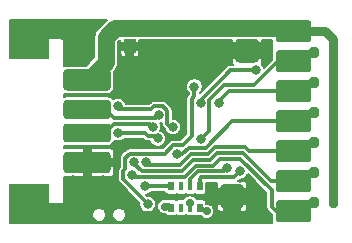
<source format=gbr>
%TF.GenerationSoftware,KiCad,Pcbnew,(5.1.9)-1*%
%TF.CreationDate,2022-11-25T13:08:51-06:00*%
%TF.ProjectId,pcb,7063622e-6b69-4636-9164-5f7063625858,rev?*%
%TF.SameCoordinates,Original*%
%TF.FileFunction,Copper,L2,Bot*%
%TF.FilePolarity,Positive*%
%FSLAX46Y46*%
G04 Gerber Fmt 4.6, Leading zero omitted, Abs format (unit mm)*
G04 Created by KiCad (PCBNEW (5.1.9)-1) date 2022-11-25 13:08:51*
%MOMM*%
%LPD*%
G01*
G04 APERTURE LIST*
%TA.AperFunction,ComponentPad*%
%ADD10R,3.500000X2.500000*%
%TD*%
%TA.AperFunction,SMDPad,CuDef*%
%ADD11R,0.500000X0.800000*%
%TD*%
%TA.AperFunction,SMDPad,CuDef*%
%ADD12R,0.400000X0.800000*%
%TD*%
%TA.AperFunction,SMDPad,CuDef*%
%ADD13R,1.000000X1.250000*%
%TD*%
%TA.AperFunction,ViaPad*%
%ADD14C,0.800000*%
%TD*%
%TA.AperFunction,ViaPad*%
%ADD15C,0.700000*%
%TD*%
%TA.AperFunction,Conductor*%
%ADD16C,1.000000*%
%TD*%
%TA.AperFunction,Conductor*%
%ADD17C,1.400000*%
%TD*%
%TA.AperFunction,Conductor*%
%ADD18C,0.300000*%
%TD*%
%TA.AperFunction,Conductor*%
%ADD19C,0.800000*%
%TD*%
%TA.AperFunction,Conductor*%
%ADD20C,0.500000*%
%TD*%
%TA.AperFunction,Conductor*%
%ADD21C,0.250000*%
%TD*%
%TA.AperFunction,Conductor*%
%ADD22C,0.200000*%
%TD*%
%TA.AperFunction,Conductor*%
%ADD23C,0.100000*%
%TD*%
G04 APERTURE END LIST*
%TO.P,P1,1*%
%TO.N,+5V*%
%TA.AperFunction,SMDPad,CuDef*%
G36*
G01*
X129623600Y-97200000D02*
X133094400Y-97200000D01*
G75*
G02*
X133359000Y-97464600I0J-264600D01*
G01*
X133359000Y-98735400D01*
G75*
G02*
X133094400Y-99000000I-264600J0D01*
G01*
X129623600Y-99000000D01*
G75*
G02*
X129359000Y-98735400I0J264600D01*
G01*
X129359000Y-97464600D01*
G75*
G02*
X129623600Y-97200000I264600J0D01*
G01*
G37*
%TD.AperFunction*%
%TO.P,P1,2*%
%TO.N,Net-(P1-Pad2)*%
%TA.AperFunction,SMDPad,CuDef*%
G36*
G01*
X129594200Y-99800000D02*
X133123800Y-99800000D01*
G75*
G02*
X133359000Y-100035200I0J-235200D01*
G01*
X133359000Y-101164800D01*
G75*
G02*
X133123800Y-101400000I-235200J0D01*
G01*
X129594200Y-101400000D01*
G75*
G02*
X129359000Y-101164800I0J235200D01*
G01*
X129359000Y-100035200D01*
G75*
G02*
X129594200Y-99800000I235200J0D01*
G01*
G37*
%TD.AperFunction*%
%TO.P,P1,3*%
%TO.N,Net-(P1-Pad3)*%
%TA.AperFunction,SMDPad,CuDef*%
G36*
G01*
X129594200Y-101800000D02*
X133123800Y-101800000D01*
G75*
G02*
X133359000Y-102035200I0J-235200D01*
G01*
X133359000Y-103164800D01*
G75*
G02*
X133123800Y-103400000I-235200J0D01*
G01*
X129594200Y-103400000D01*
G75*
G02*
X129359000Y-103164800I0J235200D01*
G01*
X129359000Y-102035200D01*
G75*
G02*
X129594200Y-101800000I235200J0D01*
G01*
G37*
%TD.AperFunction*%
%TO.P,P1,4*%
%TO.N,GND*%
%TA.AperFunction,SMDPad,CuDef*%
G36*
G01*
X129623600Y-104200000D02*
X133094400Y-104200000D01*
G75*
G02*
X133359000Y-104464600I0J-264600D01*
G01*
X133359000Y-105735400D01*
G75*
G02*
X133094400Y-106000000I-264600J0D01*
G01*
X129623600Y-106000000D01*
G75*
G02*
X129359000Y-105735400I0J264600D01*
G01*
X129359000Y-104464600D01*
G75*
G02*
X129623600Y-104200000I264600J0D01*
G01*
G37*
%TD.AperFunction*%
%TD*%
D10*
%TO.P,P2,5*%
%TO.N,GND*%
X126449000Y-108170000D03*
X126449000Y-95030000D03*
%TD*%
%TO.P,J2,1*%
%TO.N,GND*%
%TA.AperFunction,ComponentPad*%
G36*
G01*
X145613000Y-96631000D02*
X144201000Y-96631000D01*
G75*
G02*
X143907000Y-96337000I0J294000D01*
G01*
X143907000Y-94925000D01*
G75*
G02*
X144201000Y-94631000I294000J0D01*
G01*
X145613000Y-94631000D01*
G75*
G02*
X145907000Y-94925000I0J-294000D01*
G01*
X145907000Y-96337000D01*
G75*
G02*
X145613000Y-96631000I-294000J0D01*
G01*
G37*
%TD.AperFunction*%
%TD*%
%TO.P,J1,1*%
%TO.N,GND*%
%TA.AperFunction,ComponentPad*%
G36*
G01*
X142637000Y-108656000D02*
X142637000Y-107244000D01*
G75*
G02*
X142931000Y-106950000I294000J0D01*
G01*
X144343000Y-106950000D01*
G75*
G02*
X144637000Y-107244000I0J-294000D01*
G01*
X144637000Y-108656000D01*
G75*
G02*
X144343000Y-108950000I-294000J0D01*
G01*
X142931000Y-108950000D01*
G75*
G02*
X142637000Y-108656000I0J294000D01*
G01*
G37*
%TD.AperFunction*%
%TD*%
%TO.P,RN2,1*%
%TO.N,+5V*%
%TA.AperFunction,SMDPad,CuDef*%
G36*
G01*
X147623300Y-93030000D02*
X150064700Y-93030000D01*
G75*
G02*
X150344000Y-93309300I0J-279300D01*
G01*
X150344000Y-94650700D01*
G75*
G02*
X150064700Y-94930000I-279300J0D01*
G01*
X147623300Y-94930000D01*
G75*
G02*
X147344000Y-94650700I0J279300D01*
G01*
X147344000Y-93309300D01*
G75*
G02*
X147623300Y-93030000I279300J0D01*
G01*
G37*
%TD.AperFunction*%
%TO.P,RN2,2*%
%TO.N,RXD*%
%TA.AperFunction,SMDPad,CuDef*%
G36*
G01*
X147623300Y-95570000D02*
X150064700Y-95570000D01*
G75*
G02*
X150344000Y-95849300I0J-279300D01*
G01*
X150344000Y-97190700D01*
G75*
G02*
X150064700Y-97470000I-279300J0D01*
G01*
X147623300Y-97470000D01*
G75*
G02*
X147344000Y-97190700I0J279300D01*
G01*
X147344000Y-95849300D01*
G75*
G02*
X147623300Y-95570000I279300J0D01*
G01*
G37*
%TD.AperFunction*%
%TO.P,RN2,3*%
%TO.N,CTS*%
%TA.AperFunction,SMDPad,CuDef*%
G36*
G01*
X147623300Y-98110000D02*
X150064700Y-98110000D01*
G75*
G02*
X150344000Y-98389300I0J-279300D01*
G01*
X150344000Y-99730700D01*
G75*
G02*
X150064700Y-100010000I-279300J0D01*
G01*
X147623300Y-100010000D01*
G75*
G02*
X147344000Y-99730700I0J279300D01*
G01*
X147344000Y-98389300D01*
G75*
G02*
X147623300Y-98110000I279300J0D01*
G01*
G37*
%TD.AperFunction*%
%TO.P,RN2,4*%
%TO.N,MS_DATA*%
%TA.AperFunction,SMDPad,CuDef*%
G36*
G01*
X147623300Y-100650000D02*
X150064700Y-100650000D01*
G75*
G02*
X150344000Y-100929300I0J-279300D01*
G01*
X150344000Y-102270700D01*
G75*
G02*
X150064700Y-102550000I-279300J0D01*
G01*
X147623300Y-102550000D01*
G75*
G02*
X147344000Y-102270700I0J279300D01*
G01*
X147344000Y-100929300D01*
G75*
G02*
X147623300Y-100650000I279300J0D01*
G01*
G37*
%TD.AperFunction*%
%TO.P,RN2,5*%
%TO.N,MS_CLK*%
%TA.AperFunction,SMDPad,CuDef*%
G36*
G01*
X147623300Y-103190000D02*
X150064700Y-103190000D01*
G75*
G02*
X150344000Y-103469300I0J-279300D01*
G01*
X150344000Y-104810700D01*
G75*
G02*
X150064700Y-105090000I-279300J0D01*
G01*
X147623300Y-105090000D01*
G75*
G02*
X147344000Y-104810700I0J279300D01*
G01*
X147344000Y-103469300D01*
G75*
G02*
X147623300Y-103190000I279300J0D01*
G01*
G37*
%TD.AperFunction*%
%TO.P,RN2,6*%
%TO.N,MS_CLK2*%
%TA.AperFunction,SMDPad,CuDef*%
G36*
G01*
X147623300Y-105730000D02*
X150064700Y-105730000D01*
G75*
G02*
X150344000Y-106009300I0J-279300D01*
G01*
X150344000Y-107350700D01*
G75*
G02*
X150064700Y-107630000I-279300J0D01*
G01*
X147623300Y-107630000D01*
G75*
G02*
X147344000Y-107350700I0J279300D01*
G01*
X147344000Y-106009300D01*
G75*
G02*
X147623300Y-105730000I279300J0D01*
G01*
G37*
%TD.AperFunction*%
%TO.P,RN2,7*%
%TO.N,MS_DATA2*%
%TA.AperFunction,SMDPad,CuDef*%
G36*
G01*
X147623300Y-108270000D02*
X150064700Y-108270000D01*
G75*
G02*
X150344000Y-108549300I0J-279300D01*
G01*
X150344000Y-109890700D01*
G75*
G02*
X150064700Y-110170000I-279300J0D01*
G01*
X147623300Y-110170000D01*
G75*
G02*
X147344000Y-109890700I0J279300D01*
G01*
X147344000Y-108549300D01*
G75*
G02*
X147623300Y-108270000I279300J0D01*
G01*
G37*
%TD.AperFunction*%
%TD*%
D11*
%TO.P,RN3,1*%
%TO.N,Net-(D1-Pad4)*%
X140900000Y-108913500D03*
D12*
%TO.P,RN3,3*%
%TO.N,Net-(RN3-Pad3)*%
X139300000Y-108913500D03*
%TO.P,RN3,2*%
%TO.N,Net-(D1-Pad3)*%
X140100000Y-108913500D03*
D11*
%TO.P,RN3,4*%
%TO.N,Net-(D1-Pad1)*%
X138500000Y-108913500D03*
D12*
%TO.P,RN3,7*%
%TO.N,Net-(RN3-Pad7)*%
X140100000Y-107113500D03*
D11*
%TO.P,RN3,8*%
%TO.N,Net-(RN3-Pad8)*%
X140900000Y-107113500D03*
D12*
%TO.P,RN3,6*%
%TO.N,Net-(RN3-Pad6)*%
X139300000Y-107113500D03*
D11*
%TO.P,RN3,5*%
%TO.N,Net-(RN3-Pad5)*%
X138500000Y-107113500D03*
%TD*%
D13*
%TO.P,C1,1*%
%TO.N,+5V*%
X132985000Y-95250000D03*
%TO.P,C1,2*%
%TO.N,GND*%
X134985000Y-95250000D03*
%TD*%
%TO.P,R7,1*%
%TO.N,+5V*%
%TA.AperFunction,SMDPad,CuDef*%
G36*
G01*
X152609000Y-95483000D02*
X152609000Y-96033000D01*
G75*
G02*
X152409000Y-96233000I-200000J0D01*
G01*
X152009000Y-96233000D01*
G75*
G02*
X151809000Y-96033000I0J200000D01*
G01*
X151809000Y-95483000D01*
G75*
G02*
X152009000Y-95283000I200000J0D01*
G01*
X152409000Y-95283000D01*
G75*
G02*
X152609000Y-95483000I0J-200000D01*
G01*
G37*
%TD.AperFunction*%
%TO.P,R7,2*%
%TO.N,RXD*%
%TA.AperFunction,SMDPad,CuDef*%
G36*
G01*
X150959000Y-95483000D02*
X150959000Y-96033000D01*
G75*
G02*
X150759000Y-96233000I-200000J0D01*
G01*
X150359000Y-96233000D01*
G75*
G02*
X150159000Y-96033000I0J200000D01*
G01*
X150159000Y-95483000D01*
G75*
G02*
X150359000Y-95283000I200000J0D01*
G01*
X150759000Y-95283000D01*
G75*
G02*
X150959000Y-95483000I0J-200000D01*
G01*
G37*
%TD.AperFunction*%
%TD*%
%TO.P,R8,2*%
%TO.N,CTS*%
%TA.AperFunction,SMDPad,CuDef*%
G36*
G01*
X150959000Y-98023000D02*
X150959000Y-98573000D01*
G75*
G02*
X150759000Y-98773000I-200000J0D01*
G01*
X150359000Y-98773000D01*
G75*
G02*
X150159000Y-98573000I0J200000D01*
G01*
X150159000Y-98023000D01*
G75*
G02*
X150359000Y-97823000I200000J0D01*
G01*
X150759000Y-97823000D01*
G75*
G02*
X150959000Y-98023000I0J-200000D01*
G01*
G37*
%TD.AperFunction*%
%TO.P,R8,1*%
%TO.N,+5V*%
%TA.AperFunction,SMDPad,CuDef*%
G36*
G01*
X152609000Y-98023000D02*
X152609000Y-98573000D01*
G75*
G02*
X152409000Y-98773000I-200000J0D01*
G01*
X152009000Y-98773000D01*
G75*
G02*
X151809000Y-98573000I0J200000D01*
G01*
X151809000Y-98023000D01*
G75*
G02*
X152009000Y-97823000I200000J0D01*
G01*
X152409000Y-97823000D01*
G75*
G02*
X152609000Y-98023000I0J-200000D01*
G01*
G37*
%TD.AperFunction*%
%TD*%
%TO.P,R9,1*%
%TO.N,+5V*%
%TA.AperFunction,SMDPad,CuDef*%
G36*
G01*
X152609000Y-100563000D02*
X152609000Y-101113000D01*
G75*
G02*
X152409000Y-101313000I-200000J0D01*
G01*
X152009000Y-101313000D01*
G75*
G02*
X151809000Y-101113000I0J200000D01*
G01*
X151809000Y-100563000D01*
G75*
G02*
X152009000Y-100363000I200000J0D01*
G01*
X152409000Y-100363000D01*
G75*
G02*
X152609000Y-100563000I0J-200000D01*
G01*
G37*
%TD.AperFunction*%
%TO.P,R9,2*%
%TO.N,MS_DATA*%
%TA.AperFunction,SMDPad,CuDef*%
G36*
G01*
X150959000Y-100563000D02*
X150959000Y-101113000D01*
G75*
G02*
X150759000Y-101313000I-200000J0D01*
G01*
X150359000Y-101313000D01*
G75*
G02*
X150159000Y-101113000I0J200000D01*
G01*
X150159000Y-100563000D01*
G75*
G02*
X150359000Y-100363000I200000J0D01*
G01*
X150759000Y-100363000D01*
G75*
G02*
X150959000Y-100563000I0J-200000D01*
G01*
G37*
%TD.AperFunction*%
%TD*%
%TO.P,R10,2*%
%TO.N,MS_CLK*%
%TA.AperFunction,SMDPad,CuDef*%
G36*
G01*
X150959000Y-103103000D02*
X150959000Y-103653000D01*
G75*
G02*
X150759000Y-103853000I-200000J0D01*
G01*
X150359000Y-103853000D01*
G75*
G02*
X150159000Y-103653000I0J200000D01*
G01*
X150159000Y-103103000D01*
G75*
G02*
X150359000Y-102903000I200000J0D01*
G01*
X150759000Y-102903000D01*
G75*
G02*
X150959000Y-103103000I0J-200000D01*
G01*
G37*
%TD.AperFunction*%
%TO.P,R10,1*%
%TO.N,+5V*%
%TA.AperFunction,SMDPad,CuDef*%
G36*
G01*
X152609000Y-103103000D02*
X152609000Y-103653000D01*
G75*
G02*
X152409000Y-103853000I-200000J0D01*
G01*
X152009000Y-103853000D01*
G75*
G02*
X151809000Y-103653000I0J200000D01*
G01*
X151809000Y-103103000D01*
G75*
G02*
X152009000Y-102903000I200000J0D01*
G01*
X152409000Y-102903000D01*
G75*
G02*
X152609000Y-103103000I0J-200000D01*
G01*
G37*
%TD.AperFunction*%
%TD*%
%TO.P,R11,1*%
%TO.N,+5V*%
%TA.AperFunction,SMDPad,CuDef*%
G36*
G01*
X152609000Y-105643000D02*
X152609000Y-106193000D01*
G75*
G02*
X152409000Y-106393000I-200000J0D01*
G01*
X152009000Y-106393000D01*
G75*
G02*
X151809000Y-106193000I0J200000D01*
G01*
X151809000Y-105643000D01*
G75*
G02*
X152009000Y-105443000I200000J0D01*
G01*
X152409000Y-105443000D01*
G75*
G02*
X152609000Y-105643000I0J-200000D01*
G01*
G37*
%TD.AperFunction*%
%TO.P,R11,2*%
%TO.N,MS_CLK2*%
%TA.AperFunction,SMDPad,CuDef*%
G36*
G01*
X150959000Y-105643000D02*
X150959000Y-106193000D01*
G75*
G02*
X150759000Y-106393000I-200000J0D01*
G01*
X150359000Y-106393000D01*
G75*
G02*
X150159000Y-106193000I0J200000D01*
G01*
X150159000Y-105643000D01*
G75*
G02*
X150359000Y-105443000I200000J0D01*
G01*
X150759000Y-105443000D01*
G75*
G02*
X150959000Y-105643000I0J-200000D01*
G01*
G37*
%TD.AperFunction*%
%TD*%
%TO.P,R12,2*%
%TO.N,MS_DATA2*%
%TA.AperFunction,SMDPad,CuDef*%
G36*
G01*
X150959000Y-108183000D02*
X150959000Y-108733000D01*
G75*
G02*
X150759000Y-108933000I-200000J0D01*
G01*
X150359000Y-108933000D01*
G75*
G02*
X150159000Y-108733000I0J200000D01*
G01*
X150159000Y-108183000D01*
G75*
G02*
X150359000Y-107983000I200000J0D01*
G01*
X150759000Y-107983000D01*
G75*
G02*
X150959000Y-108183000I0J-200000D01*
G01*
G37*
%TD.AperFunction*%
%TO.P,R12,1*%
%TO.N,+5V*%
%TA.AperFunction,SMDPad,CuDef*%
G36*
G01*
X152609000Y-108183000D02*
X152609000Y-108733000D01*
G75*
G02*
X152409000Y-108933000I-200000J0D01*
G01*
X152009000Y-108933000D01*
G75*
G02*
X151809000Y-108733000I0J200000D01*
G01*
X151809000Y-108183000D01*
G75*
G02*
X152009000Y-107983000I200000J0D01*
G01*
X152409000Y-107983000D01*
G75*
G02*
X152609000Y-108183000I0J-200000D01*
G01*
G37*
%TD.AperFunction*%
%TD*%
D14*
%TO.N,+5V*%
X133794500Y-93726000D03*
X135255000Y-93726000D03*
X145097500Y-93726000D03*
X143827500Y-93726000D03*
X140779500Y-93726000D03*
X132969000Y-96583500D03*
X140449907Y-98679000D03*
X136486900Y-108625640D03*
%TO.N,GND*%
X129667000Y-93789500D03*
X131191000Y-93789500D03*
X136017000Y-95250000D03*
X134429500Y-96520000D03*
X131508500Y-106616500D03*
X132715000Y-106616500D03*
X130175000Y-106616500D03*
X135572500Y-96520000D03*
X136525000Y-109791500D03*
X141859000Y-107188000D03*
X136969500Y-98869500D03*
X139065000Y-99060000D03*
X129667000Y-109410500D03*
X131127500Y-95567500D03*
X125603000Y-109601000D03*
X127381000Y-109601000D03*
X125603000Y-93599000D03*
X127381000Y-93599000D03*
%TO.N,TXD*%
X145669000Y-97282000D03*
X140970000Y-100076000D03*
%TO.N,CTS*%
X142494000Y-100100000D03*
%TO.N,RXD*%
X141035332Y-103100000D03*
%TO.N,MS_DATA*%
X139001500Y-104394000D03*
%TO.N,MS_CLK*%
X136334500Y-105092500D03*
%TO.N,MS_CLK2*%
X135318500Y-105092500D03*
%TO.N,MS_DATA2*%
X135191500Y-106172000D03*
D15*
%TO.N,Net-(D1-Pad1)*%
X137922000Y-108826300D03*
%TO.N,Net-(D1-Pad3)*%
X140075920Y-108521500D03*
D14*
%TO.N,Net-(P2-Pad3)*%
X133985000Y-102616000D03*
X137350500Y-103060500D03*
%TO.N,Net-(P2-Pad2)*%
X133985000Y-100330000D03*
X138620500Y-102100000D03*
%TO.N,Net-(P1-Pad3)*%
X136906000Y-102108000D03*
%TO.N,Net-(P1-Pad2)*%
X137414000Y-101092000D03*
%TO.N,Net-(RN3-Pad7)*%
X143246192Y-105537000D03*
%TO.N,Net-(RN3-Pad8)*%
X144272000Y-105854500D03*
%TO.N,Net-(RN3-Pad5)*%
X136271000Y-107124500D03*
D15*
%TO.N,Net-(D1-Pad4)*%
X141478000Y-109232700D03*
%TD*%
D16*
%TO.N,+5V*%
X148579000Y-93715000D02*
X148844000Y-93980000D01*
D17*
X132985000Y-94504998D02*
X132985000Y-95250000D01*
X133764999Y-93724999D02*
X132985000Y-94504998D01*
X148588999Y-93724999D02*
X133764999Y-93724999D01*
X148844000Y-93980000D02*
X148588999Y-93724999D01*
X132985000Y-96608500D02*
X131486000Y-98107500D01*
X132985000Y-95250000D02*
X132985000Y-96608500D01*
D18*
X139447263Y-103643999D02*
X140219999Y-102871263D01*
X138641499Y-103643999D02*
X139447263Y-103643999D01*
X137942999Y-104342499D02*
X138641499Y-103643999D01*
X134958499Y-104342499D02*
X137942999Y-104342499D01*
X134568499Y-104732499D02*
X134958499Y-104342499D01*
X134441499Y-105811999D02*
X134568499Y-105684999D01*
X134441499Y-106532001D02*
X134441499Y-105811999D01*
X134568499Y-105684999D02*
X134568499Y-104732499D01*
X136549998Y-108640500D02*
X134441499Y-106532001D01*
X136549998Y-108736818D02*
X136549998Y-108640500D01*
X140219999Y-100064001D02*
X140219999Y-99715999D01*
X140219999Y-102871263D02*
X140219999Y-100064001D01*
X140449907Y-99486091D02*
X140449907Y-98932032D01*
X140219999Y-99715999D02*
X140449907Y-99486091D01*
D19*
X148844000Y-93980000D02*
X151520990Y-93980000D01*
X151520990Y-93980000D02*
X152155990Y-94615000D01*
X152155990Y-94615000D02*
X152155990Y-108458000D01*
D18*
%TO.N,TXD*%
X143256000Y-97536000D02*
X143240878Y-97536000D01*
X140970000Y-99806878D02*
X140970000Y-100076000D01*
X143494878Y-97282000D02*
X143121439Y-97655439D01*
X145669000Y-97282000D02*
X143494878Y-97282000D01*
X143121439Y-97655439D02*
X140970000Y-99806878D01*
X143240878Y-97536000D02*
X143121439Y-97655439D01*
%TO.N,CTS*%
X143418587Y-99060000D02*
X142378587Y-100100000D01*
X148844000Y-99060000D02*
X143418587Y-99060000D01*
D20*
X149352000Y-98552000D02*
X148844000Y-99060000D01*
X150686000Y-98552000D02*
X149352000Y-98552000D01*
D18*
%TO.N,RXD*%
X141720001Y-102415331D02*
X141530416Y-102604916D01*
X141530416Y-102604916D02*
X141035332Y-103100000D01*
X141628586Y-102506746D02*
X141530416Y-102604916D01*
X141720001Y-99770499D02*
X141720001Y-100532499D01*
X141720001Y-100532499D02*
X141720001Y-102415331D01*
X141720001Y-99763997D02*
X142924008Y-98559990D01*
X141720001Y-100532499D02*
X141720001Y-99763997D01*
X145216510Y-98559990D02*
X145168990Y-98559990D01*
X142924008Y-98559990D02*
X145168990Y-98559990D01*
X148844000Y-96520000D02*
X147541002Y-96520000D01*
X145501012Y-98559990D02*
X145168990Y-98559990D01*
X147541002Y-96520000D02*
X145501012Y-98559990D01*
D20*
X149352000Y-96012000D02*
X148844000Y-96520000D01*
X150686000Y-96012000D02*
X149352000Y-96012000D01*
D18*
%TO.N,MS_DATA*%
X143645334Y-101600000D02*
X141395333Y-103850001D01*
X148844000Y-101600000D02*
X143645334Y-101600000D01*
X139404382Y-104394000D02*
X139948381Y-103850001D01*
X139948381Y-103850001D02*
X141395333Y-103850001D01*
X139001500Y-104394000D02*
X139404382Y-104394000D01*
D20*
X149352000Y-101092000D02*
X148844000Y-101600000D01*
X150686000Y-101092000D02*
X149352000Y-101092000D01*
D18*
%TO.N,MS_CLK*%
X145081742Y-104140000D02*
X148844000Y-104140000D01*
X144728721Y-103786979D02*
X145081742Y-104140000D01*
X142165475Y-103786979D02*
X144728721Y-103786979D01*
X136295969Y-105307969D02*
X136144000Y-105156000D01*
X142165475Y-103786979D02*
X141602443Y-104350011D01*
X140155491Y-104350011D02*
X139197533Y-105307969D01*
X141602443Y-104350011D02*
X140155491Y-104350011D01*
X139197533Y-105307969D02*
X136295969Y-105307969D01*
D20*
X149352000Y-103632000D02*
X148844000Y-104140000D01*
X150686000Y-103632000D02*
X149352000Y-103632000D01*
D18*
%TO.N,MS_CLK2*%
X146914622Y-106680000D02*
X148844000Y-106680000D01*
X142372585Y-104286989D02*
X144521611Y-104286989D01*
X141809553Y-104850021D02*
X142372585Y-104286989D01*
X140362601Y-104850021D02*
X141809553Y-104850021D01*
X139404643Y-105807979D02*
X140362601Y-104850021D01*
X136600499Y-105842501D02*
X136635021Y-105807979D01*
X136635021Y-105807979D02*
X139404643Y-105807979D01*
X135974499Y-105842501D02*
X136600499Y-105842501D01*
X144521611Y-104286989D02*
X146914622Y-106680000D01*
X135318500Y-105186502D02*
X135974499Y-105842501D01*
X135318500Y-105092500D02*
X135318500Y-105186502D01*
D20*
X149352000Y-106172000D02*
X148844000Y-106680000D01*
X150686000Y-106172000D02*
X149352000Y-106172000D01*
D18*
%TO.N,MS_DATA2*%
X146982750Y-108858750D02*
X147344000Y-109220000D01*
X147344000Y-109220000D02*
X148844000Y-109220000D01*
X146982750Y-107455248D02*
X146982750Y-108858750D01*
X144314501Y-104786999D02*
X146982750Y-107455248D01*
X142579695Y-104786999D02*
X144314501Y-104786999D01*
X138167011Y-106307989D02*
X137892089Y-106307989D01*
X137930989Y-106307989D02*
X137892089Y-106307989D01*
X138167011Y-106307989D02*
X137930989Y-106307989D01*
X137930989Y-106307989D02*
X137722511Y-106307989D01*
X139611753Y-106307989D02*
X140569711Y-105350031D01*
X138167011Y-106307989D02*
X139611753Y-106307989D01*
X142579695Y-104786999D02*
X142016663Y-105350031D01*
X140569711Y-105350031D02*
X142016663Y-105350031D01*
X135128000Y-106108500D02*
X135255000Y-106235500D01*
X135425511Y-106342511D02*
X135255000Y-106172000D01*
X136774611Y-106342511D02*
X135425511Y-106342511D01*
X136809133Y-106307989D02*
X136774611Y-106342511D01*
X137892089Y-106307989D02*
X136809133Y-106307989D01*
D20*
X149352000Y-108712000D02*
X148844000Y-109220000D01*
X150686000Y-108712000D02*
X149352000Y-108712000D01*
D18*
%TO.N,Net-(D1-Pad1)*%
X138265998Y-108679498D02*
X138500000Y-108913500D01*
X137922000Y-108679498D02*
X138265998Y-108679498D01*
%TO.N,Net-(D1-Pad3)*%
X140100000Y-108357620D02*
X140075920Y-108333540D01*
X140100000Y-108913500D02*
X140100000Y-108357620D01*
%TO.N,Net-(P2-Pad3)*%
X137287000Y-103124000D02*
X137350500Y-103060500D01*
X137350500Y-102997000D02*
X137211501Y-102858001D01*
X137350500Y-103060500D02*
X137350500Y-102997000D01*
X133985000Y-102616000D02*
X136303998Y-102616000D01*
X136545999Y-102858001D02*
X137021001Y-102858001D01*
X136303998Y-102616000D02*
X136545999Y-102858001D01*
X137211501Y-102858001D02*
X137021001Y-102858001D01*
%TO.N,Net-(P2-Pad2)*%
X138164001Y-100731999D02*
X138164001Y-101842001D01*
X138422000Y-102100000D02*
X138620500Y-102100000D01*
X137774001Y-100341999D02*
X138164001Y-100731999D01*
X138164001Y-101842001D02*
X138422000Y-102100000D01*
X136811998Y-100584000D02*
X137053999Y-100341999D01*
X133985000Y-100584000D02*
X136811998Y-100584000D01*
X137053999Y-100341999D02*
X137529001Y-100341999D01*
X137774001Y-100341999D02*
X137529001Y-100341999D01*
%TO.N,Net-(P1-Pad3)*%
X131748500Y-102616000D02*
X131740000Y-102607500D01*
X131604500Y-102108000D02*
X131105000Y-102607500D01*
X131985500Y-102108000D02*
X131486000Y-102607500D01*
X133073998Y-102607500D02*
X131359000Y-102607500D01*
X136906000Y-102108000D02*
X136854499Y-102056499D01*
X132883498Y-102607500D02*
X131359000Y-102607500D01*
X133624999Y-101865999D02*
X132883498Y-102607500D01*
X136663999Y-101865999D02*
X136906000Y-102108000D01*
X134187499Y-101865999D02*
X136663999Y-101865999D01*
X134345001Y-101865999D02*
X134187499Y-101865999D01*
X134187499Y-101865999D02*
X133624999Y-101865999D01*
%TO.N,Net-(P1-Pad2)*%
X131763500Y-100584000D02*
X131740000Y-100607500D01*
X131589500Y-101092000D02*
X131105000Y-100607500D01*
X131970500Y-101092000D02*
X131486000Y-100607500D01*
X137414000Y-101092000D02*
X137350500Y-101155500D01*
X133088998Y-100607500D02*
X131359000Y-100607500D01*
X137414000Y-101092000D02*
X137362499Y-101143501D01*
X132898498Y-100607500D02*
X131359000Y-100607500D01*
X133624999Y-101334001D02*
X132898498Y-100607500D01*
X137171999Y-101334001D02*
X137414000Y-101092000D01*
X134345001Y-101334001D02*
X134123999Y-101334001D01*
X134123999Y-101334001D02*
X137171999Y-101334001D01*
X134123999Y-101334001D02*
X133624999Y-101334001D01*
%TO.N,Net-(RN3-Pad7)*%
X142933151Y-105850041D02*
X140776821Y-105850041D01*
X140100000Y-106526862D02*
X140100000Y-107113500D01*
X140776821Y-105850041D02*
X140100000Y-106526862D01*
X142933151Y-105850041D02*
X143246192Y-105537000D01*
%TO.N,Net-(RN3-Pad8)*%
X143776449Y-106350051D02*
X144272000Y-105854500D01*
X141045949Y-106350051D02*
X143776449Y-106350051D01*
X140900000Y-106496000D02*
X141045949Y-106350051D01*
X140900000Y-107113500D02*
X140900000Y-106496000D01*
%TO.N,Net-(RN3-Pad5)*%
X136282000Y-107113500D02*
X136271000Y-107124500D01*
X138500000Y-107113500D02*
X136282000Y-107113500D01*
D21*
%TO.N,Net-(D1-Pad4)*%
X140900000Y-108913500D02*
X140948498Y-108913500D01*
D18*
X141011998Y-108913500D02*
X141478000Y-109379502D01*
X140900000Y-108913500D02*
X141011998Y-108913500D01*
%TD*%
D22*
%TO.N,GND*%
X134185000Y-94875000D02*
X134260000Y-94950000D01*
X134685000Y-94950000D01*
X134685000Y-94930000D01*
X135285000Y-94930000D01*
X135285000Y-94950000D01*
X135710000Y-94950000D01*
X135785000Y-94875000D01*
X135785871Y-94724999D01*
X143606044Y-94724999D01*
X143607000Y-94906000D01*
X143682000Y-94981000D01*
X144257000Y-94981000D01*
X144257000Y-94961000D01*
X145557000Y-94961000D01*
X145557000Y-94981000D01*
X146132000Y-94981000D01*
X146207000Y-94906000D01*
X146207956Y-94724999D01*
X147029500Y-94724999D01*
X147029500Y-96395106D01*
X146342877Y-97081729D01*
X146342099Y-97077818D01*
X146289332Y-96950426D01*
X146212726Y-96835776D01*
X146163841Y-96786891D01*
X146185505Y-96746361D01*
X146202660Y-96689810D01*
X146208452Y-96631000D01*
X146207000Y-96356000D01*
X146132000Y-96281000D01*
X145557000Y-96281000D01*
X145557000Y-96301000D01*
X144257000Y-96301000D01*
X144257000Y-96281000D01*
X143682000Y-96281000D01*
X143607000Y-96356000D01*
X143605548Y-96631000D01*
X143611340Y-96689810D01*
X143628495Y-96746361D01*
X143656352Y-96798478D01*
X143683862Y-96832000D01*
X143516969Y-96832000D01*
X143494877Y-96829824D01*
X143472785Y-96832000D01*
X143472773Y-96832000D01*
X143406663Y-96838511D01*
X143321837Y-96864243D01*
X143289275Y-96881648D01*
X143243660Y-96906029D01*
X143192310Y-96948172D01*
X143192306Y-96948176D01*
X143175141Y-96962263D01*
X143161054Y-96979429D01*
X142938311Y-97202172D01*
X142921141Y-97216263D01*
X142907049Y-97233434D01*
X142818877Y-97321606D01*
X142818871Y-97321611D01*
X140899907Y-99240576D01*
X140899907Y-99218950D01*
X140993633Y-99125224D01*
X141070239Y-99010574D01*
X141123006Y-98883182D01*
X141149907Y-98747944D01*
X141149907Y-98610056D01*
X141123006Y-98474818D01*
X141070239Y-98347426D01*
X140993633Y-98232776D01*
X140896131Y-98135274D01*
X140781481Y-98058668D01*
X140654089Y-98005901D01*
X140518851Y-97979000D01*
X140380963Y-97979000D01*
X140245725Y-98005901D01*
X140118333Y-98058668D01*
X140003683Y-98135274D01*
X139906181Y-98232776D01*
X139829575Y-98347426D01*
X139776808Y-98474818D01*
X139749907Y-98610056D01*
X139749907Y-98747944D01*
X139776808Y-98883182D01*
X139829575Y-99010574D01*
X139906181Y-99125224D01*
X139999907Y-99218950D01*
X139999907Y-99299696D01*
X139917428Y-99382175D01*
X139900263Y-99396262D01*
X139886176Y-99413427D01*
X139886171Y-99413432D01*
X139844028Y-99464783D01*
X139802242Y-99542959D01*
X139792733Y-99574306D01*
X139776510Y-99627784D01*
X139769999Y-99693894D01*
X139769999Y-99693905D01*
X139767823Y-99715999D01*
X139769999Y-99738093D01*
X139769999Y-100086105D01*
X139770000Y-100086115D01*
X139769999Y-102684867D01*
X139260868Y-103193999D01*
X138663592Y-103193999D01*
X138641498Y-103191823D01*
X138619404Y-103193999D01*
X138619394Y-103193999D01*
X138553284Y-103200510D01*
X138468458Y-103226242D01*
X138390282Y-103268028D01*
X138338931Y-103310171D01*
X138338927Y-103310175D01*
X138321762Y-103324262D01*
X138307675Y-103341427D01*
X137756604Y-103892499D01*
X134980590Y-103892499D01*
X134958498Y-103890323D01*
X134936406Y-103892499D01*
X134936394Y-103892499D01*
X134870284Y-103899010D01*
X134796162Y-103921495D01*
X134785458Y-103924742D01*
X134707282Y-103966528D01*
X134655931Y-104008671D01*
X134655927Y-104008675D01*
X134638762Y-104022762D01*
X134624675Y-104039928D01*
X134265928Y-104398675D01*
X134248763Y-104412762D01*
X134234676Y-104429927D01*
X134234671Y-104429932D01*
X134192528Y-104481283D01*
X134150742Y-104559459D01*
X134125011Y-104644284D01*
X134116323Y-104732499D01*
X134118500Y-104754603D01*
X134118499Y-105496239D01*
X134107676Y-105509427D01*
X134107671Y-105509432D01*
X134065528Y-105560783D01*
X134023742Y-105638959D01*
X133998011Y-105723784D01*
X133989323Y-105811999D01*
X133991500Y-105834103D01*
X133991499Y-106509906D01*
X133989323Y-106532001D01*
X133991499Y-106554095D01*
X133991499Y-106554105D01*
X133998010Y-106620215D01*
X134022016Y-106699352D01*
X134023742Y-106705041D01*
X134065528Y-106783217D01*
X134092217Y-106815737D01*
X134121762Y-106851738D01*
X134138933Y-106865830D01*
X135794017Y-108520915D01*
X135786900Y-108556696D01*
X135786900Y-108694584D01*
X135813801Y-108829822D01*
X135866568Y-108957214D01*
X135943174Y-109071864D01*
X136040676Y-109169366D01*
X136155326Y-109245972D01*
X136282718Y-109298739D01*
X136417956Y-109325640D01*
X136555844Y-109325640D01*
X136691082Y-109298739D01*
X136818474Y-109245972D01*
X136933124Y-109169366D01*
X137030626Y-109071864D01*
X137107232Y-108957214D01*
X137159999Y-108829822D01*
X137173433Y-108762281D01*
X137272000Y-108762281D01*
X137272000Y-108890319D01*
X137296979Y-109015898D01*
X137345978Y-109134190D01*
X137417112Y-109240651D01*
X137507649Y-109331188D01*
X137614110Y-109402322D01*
X137732402Y-109451321D01*
X137857981Y-109476300D01*
X137986019Y-109476300D01*
X137995812Y-109474352D01*
X137999353Y-109480977D01*
X138036842Y-109526658D01*
X138082523Y-109564147D01*
X138134640Y-109592004D01*
X138191190Y-109609159D01*
X138250000Y-109614951D01*
X138750000Y-109614951D01*
X138808810Y-109609159D01*
X138865360Y-109592004D01*
X138917477Y-109564147D01*
X138925000Y-109557973D01*
X138932523Y-109564147D01*
X138984640Y-109592004D01*
X139041190Y-109609159D01*
X139100000Y-109614951D01*
X139500000Y-109614951D01*
X139558810Y-109609159D01*
X139615360Y-109592004D01*
X139667477Y-109564147D01*
X139700000Y-109537456D01*
X139732523Y-109564147D01*
X139784640Y-109592004D01*
X139841190Y-109609159D01*
X139900000Y-109614951D01*
X140300000Y-109614951D01*
X140358810Y-109609159D01*
X140415360Y-109592004D01*
X140467477Y-109564147D01*
X140475000Y-109557973D01*
X140482523Y-109564147D01*
X140534640Y-109592004D01*
X140591190Y-109609159D01*
X140650000Y-109614951D01*
X140951664Y-109614951D01*
X140973112Y-109647051D01*
X141063649Y-109737588D01*
X141170110Y-109808722D01*
X141288402Y-109857721D01*
X141413981Y-109882700D01*
X141542019Y-109882700D01*
X141667598Y-109857721D01*
X141785890Y-109808722D01*
X141892351Y-109737588D01*
X141982888Y-109647051D01*
X142054022Y-109540590D01*
X142103021Y-109422298D01*
X142128000Y-109296719D01*
X142128000Y-109168681D01*
X142103021Y-109043102D01*
X142064457Y-108950000D01*
X142335548Y-108950000D01*
X142341340Y-109008810D01*
X142358495Y-109065361D01*
X142386352Y-109117478D01*
X142423841Y-109163159D01*
X142469522Y-109200648D01*
X142521639Y-109228505D01*
X142578190Y-109245660D01*
X142637000Y-109251452D01*
X142912000Y-109250000D01*
X142987000Y-109175000D01*
X142987000Y-108600000D01*
X144287000Y-108600000D01*
X144287000Y-109175000D01*
X144362000Y-109250000D01*
X144637000Y-109251452D01*
X144695810Y-109245660D01*
X144752361Y-109228505D01*
X144804478Y-109200648D01*
X144850159Y-109163159D01*
X144887648Y-109117478D01*
X144915505Y-109065361D01*
X144932660Y-109008810D01*
X144938452Y-108950000D01*
X144937000Y-108675000D01*
X144862000Y-108600000D01*
X144287000Y-108600000D01*
X142987000Y-108600000D01*
X142412000Y-108600000D01*
X142337000Y-108675000D01*
X142335548Y-108950000D01*
X142064457Y-108950000D01*
X142054022Y-108924810D01*
X141982888Y-108818349D01*
X141892351Y-108727812D01*
X141785890Y-108656678D01*
X141667598Y-108607679D01*
X141542019Y-108582700D01*
X141451451Y-108582700D01*
X141451451Y-108513500D01*
X141445659Y-108454690D01*
X141428504Y-108398140D01*
X141400647Y-108346023D01*
X141363158Y-108300342D01*
X141317477Y-108262853D01*
X141265360Y-108234996D01*
X141208810Y-108217841D01*
X141150000Y-108212049D01*
X140650899Y-108212049D01*
X140580808Y-108107149D01*
X140490271Y-108016612D01*
X140383810Y-107945478D01*
X140265518Y-107896479D01*
X140139939Y-107871500D01*
X140011901Y-107871500D01*
X139886322Y-107896479D01*
X139768030Y-107945478D01*
X139661569Y-108016612D01*
X139571032Y-108107149D01*
X139500883Y-108212136D01*
X139500000Y-108212049D01*
X139100000Y-108212049D01*
X139041190Y-108217841D01*
X138984640Y-108234996D01*
X138932523Y-108262853D01*
X138925000Y-108269027D01*
X138917477Y-108262853D01*
X138865360Y-108234996D01*
X138808810Y-108217841D01*
X138750000Y-108212049D01*
X138250000Y-108212049D01*
X138191190Y-108217841D01*
X138168326Y-108224777D01*
X138111598Y-108201279D01*
X137986019Y-108176300D01*
X137857981Y-108176300D01*
X137732402Y-108201279D01*
X137614110Y-108250278D01*
X137507649Y-108321412D01*
X137417112Y-108411949D01*
X137345978Y-108518410D01*
X137296979Y-108636702D01*
X137272000Y-108762281D01*
X137173433Y-108762281D01*
X137186900Y-108694584D01*
X137186900Y-108556696D01*
X137159999Y-108421458D01*
X137107232Y-108294066D01*
X137030626Y-108179416D01*
X136933124Y-108081914D01*
X136818474Y-108005308D01*
X136691082Y-107952541D01*
X136555844Y-107925640D01*
X136471534Y-107925640D01*
X136365342Y-107819448D01*
X136475182Y-107797599D01*
X136602574Y-107744832D01*
X136717224Y-107668226D01*
X136814726Y-107570724D01*
X136819553Y-107563500D01*
X137953473Y-107563500D01*
X137954341Y-107572310D01*
X137971496Y-107628860D01*
X137999353Y-107680977D01*
X138036842Y-107726658D01*
X138082523Y-107764147D01*
X138134640Y-107792004D01*
X138191190Y-107809159D01*
X138250000Y-107814951D01*
X138750000Y-107814951D01*
X138808810Y-107809159D01*
X138865360Y-107792004D01*
X138917477Y-107764147D01*
X138925000Y-107757973D01*
X138932523Y-107764147D01*
X138984640Y-107792004D01*
X139041190Y-107809159D01*
X139100000Y-107814951D01*
X139500000Y-107814951D01*
X139558810Y-107809159D01*
X139615360Y-107792004D01*
X139667477Y-107764147D01*
X139700000Y-107737456D01*
X139732523Y-107764147D01*
X139784640Y-107792004D01*
X139841190Y-107809159D01*
X139900000Y-107814951D01*
X140300000Y-107814951D01*
X140358810Y-107809159D01*
X140415360Y-107792004D01*
X140467477Y-107764147D01*
X140475000Y-107757973D01*
X140482523Y-107764147D01*
X140534640Y-107792004D01*
X140591190Y-107809159D01*
X140650000Y-107814951D01*
X141150000Y-107814951D01*
X141208810Y-107809159D01*
X141265360Y-107792004D01*
X141317477Y-107764147D01*
X141363158Y-107726658D01*
X141400647Y-107680977D01*
X141428504Y-107628860D01*
X141445659Y-107572310D01*
X141451451Y-107513500D01*
X141451451Y-106800051D01*
X142376983Y-106800051D01*
X142358495Y-106834639D01*
X142341340Y-106891190D01*
X142335548Y-106950000D01*
X142337000Y-107225000D01*
X142412000Y-107300000D01*
X142987000Y-107300000D01*
X142987000Y-107280000D01*
X144287000Y-107280000D01*
X144287000Y-107300000D01*
X144862000Y-107300000D01*
X144937000Y-107225000D01*
X144938452Y-106950000D01*
X144932660Y-106891190D01*
X144915505Y-106834639D01*
X144887648Y-106782522D01*
X144850159Y-106736841D01*
X144804478Y-106699352D01*
X144752361Y-106671495D01*
X144695810Y-106654340D01*
X144637000Y-106648548D01*
X144362000Y-106650000D01*
X144287002Y-106724998D01*
X144287002Y-106650000D01*
X144112895Y-106650000D01*
X144208395Y-106554500D01*
X144340944Y-106554500D01*
X144476182Y-106527599D01*
X144603574Y-106474832D01*
X144718224Y-106398226D01*
X144815726Y-106300724D01*
X144892332Y-106186074D01*
X144945099Y-106058682D01*
X144945877Y-106054770D01*
X146532750Y-107641644D01*
X146532751Y-108836646D01*
X146530574Y-108858750D01*
X146539262Y-108946965D01*
X146564993Y-109031790D01*
X146606779Y-109109966D01*
X146648922Y-109161317D01*
X146648927Y-109161322D01*
X146663014Y-109178487D01*
X146680179Y-109192574D01*
X147010176Y-109522571D01*
X147024263Y-109539737D01*
X147029500Y-109544035D01*
X147029500Y-110211000D01*
X124802500Y-110211000D01*
X124802500Y-109478405D01*
X131773000Y-109478405D01*
X131773000Y-109596595D01*
X131796058Y-109712514D01*
X131841287Y-109821707D01*
X131906950Y-109919978D01*
X131990522Y-110003550D01*
X132088793Y-110069213D01*
X132197986Y-110114442D01*
X132313905Y-110137500D01*
X132432095Y-110137500D01*
X132548014Y-110114442D01*
X132657207Y-110069213D01*
X132755478Y-110003550D01*
X132839050Y-109919978D01*
X132904713Y-109821707D01*
X132949942Y-109712514D01*
X132973000Y-109596595D01*
X132973000Y-109478405D01*
X133473000Y-109478405D01*
X133473000Y-109596595D01*
X133496058Y-109712514D01*
X133541287Y-109821707D01*
X133606950Y-109919978D01*
X133690522Y-110003550D01*
X133788793Y-110069213D01*
X133897986Y-110114442D01*
X134013905Y-110137500D01*
X134132095Y-110137500D01*
X134248014Y-110114442D01*
X134357207Y-110069213D01*
X134455478Y-110003550D01*
X134539050Y-109919978D01*
X134604713Y-109821707D01*
X134649942Y-109712514D01*
X134673000Y-109596595D01*
X134673000Y-109478405D01*
X134649942Y-109362486D01*
X134604713Y-109253293D01*
X134539050Y-109155022D01*
X134455478Y-109071450D01*
X134357207Y-109005787D01*
X134248014Y-108960558D01*
X134132095Y-108937500D01*
X134013905Y-108937500D01*
X133897986Y-108960558D01*
X133788793Y-109005787D01*
X133690522Y-109071450D01*
X133606950Y-109155022D01*
X133541287Y-109253293D01*
X133496058Y-109362486D01*
X133473000Y-109478405D01*
X132973000Y-109478405D01*
X132949942Y-109362486D01*
X132904713Y-109253293D01*
X132839050Y-109155022D01*
X132755478Y-109071450D01*
X132657207Y-109005787D01*
X132548014Y-108960558D01*
X132432095Y-108937500D01*
X132313905Y-108937500D01*
X132197986Y-108960558D01*
X132088793Y-109005787D01*
X131990522Y-109071450D01*
X131906950Y-109155022D01*
X131841287Y-109253293D01*
X131796058Y-109362486D01*
X131773000Y-109478405D01*
X124802500Y-109478405D01*
X124802500Y-108610000D01*
X129145304Y-108610000D01*
X129159000Y-108611349D01*
X129172696Y-108610000D01*
X129213693Y-108605962D01*
X129266285Y-108590009D01*
X129314754Y-108564102D01*
X129357237Y-108529237D01*
X129392102Y-108486754D01*
X129418009Y-108438285D01*
X129433962Y-108385693D01*
X129439349Y-108331000D01*
X129438000Y-108317304D01*
X129438000Y-106301381D01*
X130984000Y-106300000D01*
X131059000Y-106225000D01*
X131059000Y-105400000D01*
X131659000Y-105400000D01*
X131659000Y-106225000D01*
X131734000Y-106300000D01*
X133359000Y-106301452D01*
X133417810Y-106295660D01*
X133474361Y-106278505D01*
X133526478Y-106250648D01*
X133572159Y-106213159D01*
X133609648Y-106167478D01*
X133637505Y-106115361D01*
X133654660Y-106058810D01*
X133660452Y-106000000D01*
X133659000Y-105475000D01*
X133584000Y-105400000D01*
X131659000Y-105400000D01*
X131059000Y-105400000D01*
X131039000Y-105400000D01*
X131039000Y-104800000D01*
X131059000Y-104800000D01*
X131059000Y-103975000D01*
X131659000Y-103975000D01*
X131659000Y-104800000D01*
X133584000Y-104800000D01*
X133659000Y-104725000D01*
X133660452Y-104200000D01*
X133654660Y-104141190D01*
X133637505Y-104084639D01*
X133609648Y-104032522D01*
X133572159Y-103986841D01*
X133526478Y-103949352D01*
X133474361Y-103921495D01*
X133417810Y-103904340D01*
X133359000Y-103898548D01*
X131734000Y-103900000D01*
X131659000Y-103975000D01*
X131059000Y-103975000D01*
X130984000Y-103900000D01*
X129438000Y-103898619D01*
X129438000Y-103675515D01*
X129489505Y-103691139D01*
X129594200Y-103701451D01*
X133123800Y-103701451D01*
X133228495Y-103691139D01*
X133329167Y-103660601D01*
X133421947Y-103611009D01*
X133503270Y-103544270D01*
X133570009Y-103462947D01*
X133619601Y-103370167D01*
X133650139Y-103269495D01*
X133653407Y-103236319D01*
X133653426Y-103236332D01*
X133780818Y-103289099D01*
X133916056Y-103316000D01*
X134053944Y-103316000D01*
X134189182Y-103289099D01*
X134316574Y-103236332D01*
X134431224Y-103159726D01*
X134524950Y-103066000D01*
X136117603Y-103066000D01*
X136212170Y-103160567D01*
X136226262Y-103177738D01*
X136294783Y-103233972D01*
X136372958Y-103275758D01*
X136457784Y-103301490D01*
X136523894Y-103308001D01*
X136523904Y-103308001D01*
X136545998Y-103310177D01*
X136568093Y-103308001D01*
X136695344Y-103308001D01*
X136730168Y-103392074D01*
X136806774Y-103506724D01*
X136904276Y-103604226D01*
X137018926Y-103680832D01*
X137146318Y-103733599D01*
X137281556Y-103760500D01*
X137419444Y-103760500D01*
X137554682Y-103733599D01*
X137682074Y-103680832D01*
X137796724Y-103604226D01*
X137894226Y-103506724D01*
X137970832Y-103392074D01*
X138023599Y-103264682D01*
X138050500Y-103129444D01*
X138050500Y-102991556D01*
X138023599Y-102856318D01*
X137970832Y-102728926D01*
X137894226Y-102614276D01*
X137796724Y-102516774D01*
X137682074Y-102440168D01*
X137554682Y-102387401D01*
X137548456Y-102386162D01*
X137579099Y-102312182D01*
X137606000Y-102176944D01*
X137606000Y-102039056D01*
X137579099Y-101903818D01*
X137528989Y-101782841D01*
X137618182Y-101765099D01*
X137714002Y-101725409D01*
X137714002Y-101819897D01*
X137711825Y-101842001D01*
X137720513Y-101930216D01*
X137746244Y-102015041D01*
X137788030Y-102093217D01*
X137830173Y-102144568D01*
X137830178Y-102144573D01*
X137844265Y-102161738D01*
X137861430Y-102175825D01*
X137936876Y-102251271D01*
X137947401Y-102304182D01*
X138000168Y-102431574D01*
X138076774Y-102546224D01*
X138174276Y-102643726D01*
X138288926Y-102720332D01*
X138416318Y-102773099D01*
X138551556Y-102800000D01*
X138689444Y-102800000D01*
X138824682Y-102773099D01*
X138952074Y-102720332D01*
X139066724Y-102643726D01*
X139164226Y-102546224D01*
X139240832Y-102431574D01*
X139293599Y-102304182D01*
X139320500Y-102168944D01*
X139320500Y-102031056D01*
X139293599Y-101895818D01*
X139240832Y-101768426D01*
X139164226Y-101653776D01*
X139066724Y-101556274D01*
X138952074Y-101479668D01*
X138824682Y-101426901D01*
X138689444Y-101400000D01*
X138614001Y-101400000D01*
X138614001Y-100754090D01*
X138616177Y-100731998D01*
X138614001Y-100709906D01*
X138614001Y-100709894D01*
X138607490Y-100643784D01*
X138581758Y-100558958D01*
X138576047Y-100548274D01*
X138539972Y-100480782D01*
X138497829Y-100429431D01*
X138497825Y-100429427D01*
X138483738Y-100412262D01*
X138466574Y-100398176D01*
X138107829Y-100039432D01*
X138093738Y-100022262D01*
X138025217Y-99966028D01*
X137947042Y-99924242D01*
X137862216Y-99898510D01*
X137796106Y-99891999D01*
X137796095Y-99891999D01*
X137774001Y-99889823D01*
X137751907Y-99891999D01*
X137076093Y-99891999D01*
X137053998Y-99889823D01*
X137031904Y-99891999D01*
X137031894Y-99891999D01*
X136965784Y-99898510D01*
X136880958Y-99924242D01*
X136802783Y-99966028D01*
X136734262Y-100022262D01*
X136720170Y-100039433D01*
X136625603Y-100134000D01*
X134659727Y-100134000D01*
X134658099Y-100125818D01*
X134605332Y-99998426D01*
X134528726Y-99883776D01*
X134431224Y-99786274D01*
X134316574Y-99709668D01*
X134189182Y-99656901D01*
X134053944Y-99630000D01*
X133916056Y-99630000D01*
X133780818Y-99656901D01*
X133653426Y-99709668D01*
X133581175Y-99757944D01*
X133570009Y-99737053D01*
X133503270Y-99655730D01*
X133421947Y-99588991D01*
X133329167Y-99539399D01*
X133228495Y-99508861D01*
X133123800Y-99498549D01*
X129594200Y-99498549D01*
X129489505Y-99508861D01*
X129438000Y-99524485D01*
X129438000Y-99267772D01*
X129513169Y-99290574D01*
X129623600Y-99301451D01*
X133094400Y-99301451D01*
X133204831Y-99290574D01*
X133311018Y-99258363D01*
X133408881Y-99206054D01*
X133494659Y-99135659D01*
X133565054Y-99049881D01*
X133617363Y-98952018D01*
X133649574Y-98845831D01*
X133660451Y-98735400D01*
X133660451Y-97464600D01*
X133649930Y-97357783D01*
X133657368Y-97350345D01*
X133695528Y-97319028D01*
X133820492Y-97166758D01*
X133913349Y-96993035D01*
X133970530Y-96804534D01*
X133985000Y-96657620D01*
X133985000Y-96657619D01*
X133989838Y-96608501D01*
X133985000Y-96559383D01*
X133985000Y-95875000D01*
X134183548Y-95875000D01*
X134189340Y-95933810D01*
X134206495Y-95990361D01*
X134234352Y-96042478D01*
X134271841Y-96088159D01*
X134317522Y-96125648D01*
X134369639Y-96153505D01*
X134426190Y-96170660D01*
X134485000Y-96176452D01*
X134610000Y-96175000D01*
X134685000Y-96100000D01*
X134685000Y-95550000D01*
X135285000Y-95550000D01*
X135285000Y-96100000D01*
X135360000Y-96175000D01*
X135485000Y-96176452D01*
X135543810Y-96170660D01*
X135600361Y-96153505D01*
X135652478Y-96125648D01*
X135698159Y-96088159D01*
X135735648Y-96042478D01*
X135763505Y-95990361D01*
X135780660Y-95933810D01*
X135786452Y-95875000D01*
X135785000Y-95625000D01*
X135710000Y-95550000D01*
X135285000Y-95550000D01*
X134685000Y-95550000D01*
X134260000Y-95550000D01*
X134185000Y-95625000D01*
X134183548Y-95875000D01*
X133985000Y-95875000D01*
X133985000Y-94919210D01*
X134179212Y-94724999D01*
X134184129Y-94724999D01*
X134185000Y-94875000D01*
%TA.AperFunction,Conductor*%
D23*
G36*
X134185000Y-94875000D02*
G01*
X134260000Y-94950000D01*
X134685000Y-94950000D01*
X134685000Y-94930000D01*
X135285000Y-94930000D01*
X135285000Y-94950000D01*
X135710000Y-94950000D01*
X135785000Y-94875000D01*
X135785871Y-94724999D01*
X143606044Y-94724999D01*
X143607000Y-94906000D01*
X143682000Y-94981000D01*
X144257000Y-94981000D01*
X144257000Y-94961000D01*
X145557000Y-94961000D01*
X145557000Y-94981000D01*
X146132000Y-94981000D01*
X146207000Y-94906000D01*
X146207956Y-94724999D01*
X147029500Y-94724999D01*
X147029500Y-96395106D01*
X146342877Y-97081729D01*
X146342099Y-97077818D01*
X146289332Y-96950426D01*
X146212726Y-96835776D01*
X146163841Y-96786891D01*
X146185505Y-96746361D01*
X146202660Y-96689810D01*
X146208452Y-96631000D01*
X146207000Y-96356000D01*
X146132000Y-96281000D01*
X145557000Y-96281000D01*
X145557000Y-96301000D01*
X144257000Y-96301000D01*
X144257000Y-96281000D01*
X143682000Y-96281000D01*
X143607000Y-96356000D01*
X143605548Y-96631000D01*
X143611340Y-96689810D01*
X143628495Y-96746361D01*
X143656352Y-96798478D01*
X143683862Y-96832000D01*
X143516969Y-96832000D01*
X143494877Y-96829824D01*
X143472785Y-96832000D01*
X143472773Y-96832000D01*
X143406663Y-96838511D01*
X143321837Y-96864243D01*
X143289275Y-96881648D01*
X143243660Y-96906029D01*
X143192310Y-96948172D01*
X143192306Y-96948176D01*
X143175141Y-96962263D01*
X143161054Y-96979429D01*
X142938311Y-97202172D01*
X142921141Y-97216263D01*
X142907049Y-97233434D01*
X142818877Y-97321606D01*
X142818871Y-97321611D01*
X140899907Y-99240576D01*
X140899907Y-99218950D01*
X140993633Y-99125224D01*
X141070239Y-99010574D01*
X141123006Y-98883182D01*
X141149907Y-98747944D01*
X141149907Y-98610056D01*
X141123006Y-98474818D01*
X141070239Y-98347426D01*
X140993633Y-98232776D01*
X140896131Y-98135274D01*
X140781481Y-98058668D01*
X140654089Y-98005901D01*
X140518851Y-97979000D01*
X140380963Y-97979000D01*
X140245725Y-98005901D01*
X140118333Y-98058668D01*
X140003683Y-98135274D01*
X139906181Y-98232776D01*
X139829575Y-98347426D01*
X139776808Y-98474818D01*
X139749907Y-98610056D01*
X139749907Y-98747944D01*
X139776808Y-98883182D01*
X139829575Y-99010574D01*
X139906181Y-99125224D01*
X139999907Y-99218950D01*
X139999907Y-99299696D01*
X139917428Y-99382175D01*
X139900263Y-99396262D01*
X139886176Y-99413427D01*
X139886171Y-99413432D01*
X139844028Y-99464783D01*
X139802242Y-99542959D01*
X139792733Y-99574306D01*
X139776510Y-99627784D01*
X139769999Y-99693894D01*
X139769999Y-99693905D01*
X139767823Y-99715999D01*
X139769999Y-99738093D01*
X139769999Y-100086105D01*
X139770000Y-100086115D01*
X139769999Y-102684867D01*
X139260868Y-103193999D01*
X138663592Y-103193999D01*
X138641498Y-103191823D01*
X138619404Y-103193999D01*
X138619394Y-103193999D01*
X138553284Y-103200510D01*
X138468458Y-103226242D01*
X138390282Y-103268028D01*
X138338931Y-103310171D01*
X138338927Y-103310175D01*
X138321762Y-103324262D01*
X138307675Y-103341427D01*
X137756604Y-103892499D01*
X134980590Y-103892499D01*
X134958498Y-103890323D01*
X134936406Y-103892499D01*
X134936394Y-103892499D01*
X134870284Y-103899010D01*
X134796162Y-103921495D01*
X134785458Y-103924742D01*
X134707282Y-103966528D01*
X134655931Y-104008671D01*
X134655927Y-104008675D01*
X134638762Y-104022762D01*
X134624675Y-104039928D01*
X134265928Y-104398675D01*
X134248763Y-104412762D01*
X134234676Y-104429927D01*
X134234671Y-104429932D01*
X134192528Y-104481283D01*
X134150742Y-104559459D01*
X134125011Y-104644284D01*
X134116323Y-104732499D01*
X134118500Y-104754603D01*
X134118499Y-105496239D01*
X134107676Y-105509427D01*
X134107671Y-105509432D01*
X134065528Y-105560783D01*
X134023742Y-105638959D01*
X133998011Y-105723784D01*
X133989323Y-105811999D01*
X133991500Y-105834103D01*
X133991499Y-106509906D01*
X133989323Y-106532001D01*
X133991499Y-106554095D01*
X133991499Y-106554105D01*
X133998010Y-106620215D01*
X134022016Y-106699352D01*
X134023742Y-106705041D01*
X134065528Y-106783217D01*
X134092217Y-106815737D01*
X134121762Y-106851738D01*
X134138933Y-106865830D01*
X135794017Y-108520915D01*
X135786900Y-108556696D01*
X135786900Y-108694584D01*
X135813801Y-108829822D01*
X135866568Y-108957214D01*
X135943174Y-109071864D01*
X136040676Y-109169366D01*
X136155326Y-109245972D01*
X136282718Y-109298739D01*
X136417956Y-109325640D01*
X136555844Y-109325640D01*
X136691082Y-109298739D01*
X136818474Y-109245972D01*
X136933124Y-109169366D01*
X137030626Y-109071864D01*
X137107232Y-108957214D01*
X137159999Y-108829822D01*
X137173433Y-108762281D01*
X137272000Y-108762281D01*
X137272000Y-108890319D01*
X137296979Y-109015898D01*
X137345978Y-109134190D01*
X137417112Y-109240651D01*
X137507649Y-109331188D01*
X137614110Y-109402322D01*
X137732402Y-109451321D01*
X137857981Y-109476300D01*
X137986019Y-109476300D01*
X137995812Y-109474352D01*
X137999353Y-109480977D01*
X138036842Y-109526658D01*
X138082523Y-109564147D01*
X138134640Y-109592004D01*
X138191190Y-109609159D01*
X138250000Y-109614951D01*
X138750000Y-109614951D01*
X138808810Y-109609159D01*
X138865360Y-109592004D01*
X138917477Y-109564147D01*
X138925000Y-109557973D01*
X138932523Y-109564147D01*
X138984640Y-109592004D01*
X139041190Y-109609159D01*
X139100000Y-109614951D01*
X139500000Y-109614951D01*
X139558810Y-109609159D01*
X139615360Y-109592004D01*
X139667477Y-109564147D01*
X139700000Y-109537456D01*
X139732523Y-109564147D01*
X139784640Y-109592004D01*
X139841190Y-109609159D01*
X139900000Y-109614951D01*
X140300000Y-109614951D01*
X140358810Y-109609159D01*
X140415360Y-109592004D01*
X140467477Y-109564147D01*
X140475000Y-109557973D01*
X140482523Y-109564147D01*
X140534640Y-109592004D01*
X140591190Y-109609159D01*
X140650000Y-109614951D01*
X140951664Y-109614951D01*
X140973112Y-109647051D01*
X141063649Y-109737588D01*
X141170110Y-109808722D01*
X141288402Y-109857721D01*
X141413981Y-109882700D01*
X141542019Y-109882700D01*
X141667598Y-109857721D01*
X141785890Y-109808722D01*
X141892351Y-109737588D01*
X141982888Y-109647051D01*
X142054022Y-109540590D01*
X142103021Y-109422298D01*
X142128000Y-109296719D01*
X142128000Y-109168681D01*
X142103021Y-109043102D01*
X142064457Y-108950000D01*
X142335548Y-108950000D01*
X142341340Y-109008810D01*
X142358495Y-109065361D01*
X142386352Y-109117478D01*
X142423841Y-109163159D01*
X142469522Y-109200648D01*
X142521639Y-109228505D01*
X142578190Y-109245660D01*
X142637000Y-109251452D01*
X142912000Y-109250000D01*
X142987000Y-109175000D01*
X142987000Y-108600000D01*
X144287000Y-108600000D01*
X144287000Y-109175000D01*
X144362000Y-109250000D01*
X144637000Y-109251452D01*
X144695810Y-109245660D01*
X144752361Y-109228505D01*
X144804478Y-109200648D01*
X144850159Y-109163159D01*
X144887648Y-109117478D01*
X144915505Y-109065361D01*
X144932660Y-109008810D01*
X144938452Y-108950000D01*
X144937000Y-108675000D01*
X144862000Y-108600000D01*
X144287000Y-108600000D01*
X142987000Y-108600000D01*
X142412000Y-108600000D01*
X142337000Y-108675000D01*
X142335548Y-108950000D01*
X142064457Y-108950000D01*
X142054022Y-108924810D01*
X141982888Y-108818349D01*
X141892351Y-108727812D01*
X141785890Y-108656678D01*
X141667598Y-108607679D01*
X141542019Y-108582700D01*
X141451451Y-108582700D01*
X141451451Y-108513500D01*
X141445659Y-108454690D01*
X141428504Y-108398140D01*
X141400647Y-108346023D01*
X141363158Y-108300342D01*
X141317477Y-108262853D01*
X141265360Y-108234996D01*
X141208810Y-108217841D01*
X141150000Y-108212049D01*
X140650899Y-108212049D01*
X140580808Y-108107149D01*
X140490271Y-108016612D01*
X140383810Y-107945478D01*
X140265518Y-107896479D01*
X140139939Y-107871500D01*
X140011901Y-107871500D01*
X139886322Y-107896479D01*
X139768030Y-107945478D01*
X139661569Y-108016612D01*
X139571032Y-108107149D01*
X139500883Y-108212136D01*
X139500000Y-108212049D01*
X139100000Y-108212049D01*
X139041190Y-108217841D01*
X138984640Y-108234996D01*
X138932523Y-108262853D01*
X138925000Y-108269027D01*
X138917477Y-108262853D01*
X138865360Y-108234996D01*
X138808810Y-108217841D01*
X138750000Y-108212049D01*
X138250000Y-108212049D01*
X138191190Y-108217841D01*
X138168326Y-108224777D01*
X138111598Y-108201279D01*
X137986019Y-108176300D01*
X137857981Y-108176300D01*
X137732402Y-108201279D01*
X137614110Y-108250278D01*
X137507649Y-108321412D01*
X137417112Y-108411949D01*
X137345978Y-108518410D01*
X137296979Y-108636702D01*
X137272000Y-108762281D01*
X137173433Y-108762281D01*
X137186900Y-108694584D01*
X137186900Y-108556696D01*
X137159999Y-108421458D01*
X137107232Y-108294066D01*
X137030626Y-108179416D01*
X136933124Y-108081914D01*
X136818474Y-108005308D01*
X136691082Y-107952541D01*
X136555844Y-107925640D01*
X136471534Y-107925640D01*
X136365342Y-107819448D01*
X136475182Y-107797599D01*
X136602574Y-107744832D01*
X136717224Y-107668226D01*
X136814726Y-107570724D01*
X136819553Y-107563500D01*
X137953473Y-107563500D01*
X137954341Y-107572310D01*
X137971496Y-107628860D01*
X137999353Y-107680977D01*
X138036842Y-107726658D01*
X138082523Y-107764147D01*
X138134640Y-107792004D01*
X138191190Y-107809159D01*
X138250000Y-107814951D01*
X138750000Y-107814951D01*
X138808810Y-107809159D01*
X138865360Y-107792004D01*
X138917477Y-107764147D01*
X138925000Y-107757973D01*
X138932523Y-107764147D01*
X138984640Y-107792004D01*
X139041190Y-107809159D01*
X139100000Y-107814951D01*
X139500000Y-107814951D01*
X139558810Y-107809159D01*
X139615360Y-107792004D01*
X139667477Y-107764147D01*
X139700000Y-107737456D01*
X139732523Y-107764147D01*
X139784640Y-107792004D01*
X139841190Y-107809159D01*
X139900000Y-107814951D01*
X140300000Y-107814951D01*
X140358810Y-107809159D01*
X140415360Y-107792004D01*
X140467477Y-107764147D01*
X140475000Y-107757973D01*
X140482523Y-107764147D01*
X140534640Y-107792004D01*
X140591190Y-107809159D01*
X140650000Y-107814951D01*
X141150000Y-107814951D01*
X141208810Y-107809159D01*
X141265360Y-107792004D01*
X141317477Y-107764147D01*
X141363158Y-107726658D01*
X141400647Y-107680977D01*
X141428504Y-107628860D01*
X141445659Y-107572310D01*
X141451451Y-107513500D01*
X141451451Y-106800051D01*
X142376983Y-106800051D01*
X142358495Y-106834639D01*
X142341340Y-106891190D01*
X142335548Y-106950000D01*
X142337000Y-107225000D01*
X142412000Y-107300000D01*
X142987000Y-107300000D01*
X142987000Y-107280000D01*
X144287000Y-107280000D01*
X144287000Y-107300000D01*
X144862000Y-107300000D01*
X144937000Y-107225000D01*
X144938452Y-106950000D01*
X144932660Y-106891190D01*
X144915505Y-106834639D01*
X144887648Y-106782522D01*
X144850159Y-106736841D01*
X144804478Y-106699352D01*
X144752361Y-106671495D01*
X144695810Y-106654340D01*
X144637000Y-106648548D01*
X144362000Y-106650000D01*
X144287002Y-106724998D01*
X144287002Y-106650000D01*
X144112895Y-106650000D01*
X144208395Y-106554500D01*
X144340944Y-106554500D01*
X144476182Y-106527599D01*
X144603574Y-106474832D01*
X144718224Y-106398226D01*
X144815726Y-106300724D01*
X144892332Y-106186074D01*
X144945099Y-106058682D01*
X144945877Y-106054770D01*
X146532750Y-107641644D01*
X146532751Y-108836646D01*
X146530574Y-108858750D01*
X146539262Y-108946965D01*
X146564993Y-109031790D01*
X146606779Y-109109966D01*
X146648922Y-109161317D01*
X146648927Y-109161322D01*
X146663014Y-109178487D01*
X146680179Y-109192574D01*
X147010176Y-109522571D01*
X147024263Y-109539737D01*
X147029500Y-109544035D01*
X147029500Y-110211000D01*
X124802500Y-110211000D01*
X124802500Y-109478405D01*
X131773000Y-109478405D01*
X131773000Y-109596595D01*
X131796058Y-109712514D01*
X131841287Y-109821707D01*
X131906950Y-109919978D01*
X131990522Y-110003550D01*
X132088793Y-110069213D01*
X132197986Y-110114442D01*
X132313905Y-110137500D01*
X132432095Y-110137500D01*
X132548014Y-110114442D01*
X132657207Y-110069213D01*
X132755478Y-110003550D01*
X132839050Y-109919978D01*
X132904713Y-109821707D01*
X132949942Y-109712514D01*
X132973000Y-109596595D01*
X132973000Y-109478405D01*
X133473000Y-109478405D01*
X133473000Y-109596595D01*
X133496058Y-109712514D01*
X133541287Y-109821707D01*
X133606950Y-109919978D01*
X133690522Y-110003550D01*
X133788793Y-110069213D01*
X133897986Y-110114442D01*
X134013905Y-110137500D01*
X134132095Y-110137500D01*
X134248014Y-110114442D01*
X134357207Y-110069213D01*
X134455478Y-110003550D01*
X134539050Y-109919978D01*
X134604713Y-109821707D01*
X134649942Y-109712514D01*
X134673000Y-109596595D01*
X134673000Y-109478405D01*
X134649942Y-109362486D01*
X134604713Y-109253293D01*
X134539050Y-109155022D01*
X134455478Y-109071450D01*
X134357207Y-109005787D01*
X134248014Y-108960558D01*
X134132095Y-108937500D01*
X134013905Y-108937500D01*
X133897986Y-108960558D01*
X133788793Y-109005787D01*
X133690522Y-109071450D01*
X133606950Y-109155022D01*
X133541287Y-109253293D01*
X133496058Y-109362486D01*
X133473000Y-109478405D01*
X132973000Y-109478405D01*
X132949942Y-109362486D01*
X132904713Y-109253293D01*
X132839050Y-109155022D01*
X132755478Y-109071450D01*
X132657207Y-109005787D01*
X132548014Y-108960558D01*
X132432095Y-108937500D01*
X132313905Y-108937500D01*
X132197986Y-108960558D01*
X132088793Y-109005787D01*
X131990522Y-109071450D01*
X131906950Y-109155022D01*
X131841287Y-109253293D01*
X131796058Y-109362486D01*
X131773000Y-109478405D01*
X124802500Y-109478405D01*
X124802500Y-108610000D01*
X129145304Y-108610000D01*
X129159000Y-108611349D01*
X129172696Y-108610000D01*
X129213693Y-108605962D01*
X129266285Y-108590009D01*
X129314754Y-108564102D01*
X129357237Y-108529237D01*
X129392102Y-108486754D01*
X129418009Y-108438285D01*
X129433962Y-108385693D01*
X129439349Y-108331000D01*
X129438000Y-108317304D01*
X129438000Y-106301381D01*
X130984000Y-106300000D01*
X131059000Y-106225000D01*
X131059000Y-105400000D01*
X131659000Y-105400000D01*
X131659000Y-106225000D01*
X131734000Y-106300000D01*
X133359000Y-106301452D01*
X133417810Y-106295660D01*
X133474361Y-106278505D01*
X133526478Y-106250648D01*
X133572159Y-106213159D01*
X133609648Y-106167478D01*
X133637505Y-106115361D01*
X133654660Y-106058810D01*
X133660452Y-106000000D01*
X133659000Y-105475000D01*
X133584000Y-105400000D01*
X131659000Y-105400000D01*
X131059000Y-105400000D01*
X131039000Y-105400000D01*
X131039000Y-104800000D01*
X131059000Y-104800000D01*
X131059000Y-103975000D01*
X131659000Y-103975000D01*
X131659000Y-104800000D01*
X133584000Y-104800000D01*
X133659000Y-104725000D01*
X133660452Y-104200000D01*
X133654660Y-104141190D01*
X133637505Y-104084639D01*
X133609648Y-104032522D01*
X133572159Y-103986841D01*
X133526478Y-103949352D01*
X133474361Y-103921495D01*
X133417810Y-103904340D01*
X133359000Y-103898548D01*
X131734000Y-103900000D01*
X131659000Y-103975000D01*
X131059000Y-103975000D01*
X130984000Y-103900000D01*
X129438000Y-103898619D01*
X129438000Y-103675515D01*
X129489505Y-103691139D01*
X129594200Y-103701451D01*
X133123800Y-103701451D01*
X133228495Y-103691139D01*
X133329167Y-103660601D01*
X133421947Y-103611009D01*
X133503270Y-103544270D01*
X133570009Y-103462947D01*
X133619601Y-103370167D01*
X133650139Y-103269495D01*
X133653407Y-103236319D01*
X133653426Y-103236332D01*
X133780818Y-103289099D01*
X133916056Y-103316000D01*
X134053944Y-103316000D01*
X134189182Y-103289099D01*
X134316574Y-103236332D01*
X134431224Y-103159726D01*
X134524950Y-103066000D01*
X136117603Y-103066000D01*
X136212170Y-103160567D01*
X136226262Y-103177738D01*
X136294783Y-103233972D01*
X136372958Y-103275758D01*
X136457784Y-103301490D01*
X136523894Y-103308001D01*
X136523904Y-103308001D01*
X136545998Y-103310177D01*
X136568093Y-103308001D01*
X136695344Y-103308001D01*
X136730168Y-103392074D01*
X136806774Y-103506724D01*
X136904276Y-103604226D01*
X137018926Y-103680832D01*
X137146318Y-103733599D01*
X137281556Y-103760500D01*
X137419444Y-103760500D01*
X137554682Y-103733599D01*
X137682074Y-103680832D01*
X137796724Y-103604226D01*
X137894226Y-103506724D01*
X137970832Y-103392074D01*
X138023599Y-103264682D01*
X138050500Y-103129444D01*
X138050500Y-102991556D01*
X138023599Y-102856318D01*
X137970832Y-102728926D01*
X137894226Y-102614276D01*
X137796724Y-102516774D01*
X137682074Y-102440168D01*
X137554682Y-102387401D01*
X137548456Y-102386162D01*
X137579099Y-102312182D01*
X137606000Y-102176944D01*
X137606000Y-102039056D01*
X137579099Y-101903818D01*
X137528989Y-101782841D01*
X137618182Y-101765099D01*
X137714002Y-101725409D01*
X137714002Y-101819897D01*
X137711825Y-101842001D01*
X137720513Y-101930216D01*
X137746244Y-102015041D01*
X137788030Y-102093217D01*
X137830173Y-102144568D01*
X137830178Y-102144573D01*
X137844265Y-102161738D01*
X137861430Y-102175825D01*
X137936876Y-102251271D01*
X137947401Y-102304182D01*
X138000168Y-102431574D01*
X138076774Y-102546224D01*
X138174276Y-102643726D01*
X138288926Y-102720332D01*
X138416318Y-102773099D01*
X138551556Y-102800000D01*
X138689444Y-102800000D01*
X138824682Y-102773099D01*
X138952074Y-102720332D01*
X139066724Y-102643726D01*
X139164226Y-102546224D01*
X139240832Y-102431574D01*
X139293599Y-102304182D01*
X139320500Y-102168944D01*
X139320500Y-102031056D01*
X139293599Y-101895818D01*
X139240832Y-101768426D01*
X139164226Y-101653776D01*
X139066724Y-101556274D01*
X138952074Y-101479668D01*
X138824682Y-101426901D01*
X138689444Y-101400000D01*
X138614001Y-101400000D01*
X138614001Y-100754090D01*
X138616177Y-100731998D01*
X138614001Y-100709906D01*
X138614001Y-100709894D01*
X138607490Y-100643784D01*
X138581758Y-100558958D01*
X138576047Y-100548274D01*
X138539972Y-100480782D01*
X138497829Y-100429431D01*
X138497825Y-100429427D01*
X138483738Y-100412262D01*
X138466574Y-100398176D01*
X138107829Y-100039432D01*
X138093738Y-100022262D01*
X138025217Y-99966028D01*
X137947042Y-99924242D01*
X137862216Y-99898510D01*
X137796106Y-99891999D01*
X137796095Y-99891999D01*
X137774001Y-99889823D01*
X137751907Y-99891999D01*
X137076093Y-99891999D01*
X137053998Y-99889823D01*
X137031904Y-99891999D01*
X137031894Y-99891999D01*
X136965784Y-99898510D01*
X136880958Y-99924242D01*
X136802783Y-99966028D01*
X136734262Y-100022262D01*
X136720170Y-100039433D01*
X136625603Y-100134000D01*
X134659727Y-100134000D01*
X134658099Y-100125818D01*
X134605332Y-99998426D01*
X134528726Y-99883776D01*
X134431224Y-99786274D01*
X134316574Y-99709668D01*
X134189182Y-99656901D01*
X134053944Y-99630000D01*
X133916056Y-99630000D01*
X133780818Y-99656901D01*
X133653426Y-99709668D01*
X133581175Y-99757944D01*
X133570009Y-99737053D01*
X133503270Y-99655730D01*
X133421947Y-99588991D01*
X133329167Y-99539399D01*
X133228495Y-99508861D01*
X133123800Y-99498549D01*
X129594200Y-99498549D01*
X129489505Y-99508861D01*
X129438000Y-99524485D01*
X129438000Y-99267772D01*
X129513169Y-99290574D01*
X129623600Y-99301451D01*
X133094400Y-99301451D01*
X133204831Y-99290574D01*
X133311018Y-99258363D01*
X133408881Y-99206054D01*
X133494659Y-99135659D01*
X133565054Y-99049881D01*
X133617363Y-98952018D01*
X133649574Y-98845831D01*
X133660451Y-98735400D01*
X133660451Y-97464600D01*
X133649930Y-97357783D01*
X133657368Y-97350345D01*
X133695528Y-97319028D01*
X133820492Y-97166758D01*
X133913349Y-96993035D01*
X133970530Y-96804534D01*
X133985000Y-96657620D01*
X133985000Y-96657619D01*
X133989838Y-96608501D01*
X133985000Y-96559383D01*
X133985000Y-95875000D01*
X134183548Y-95875000D01*
X134189340Y-95933810D01*
X134206495Y-95990361D01*
X134234352Y-96042478D01*
X134271841Y-96088159D01*
X134317522Y-96125648D01*
X134369639Y-96153505D01*
X134426190Y-96170660D01*
X134485000Y-96176452D01*
X134610000Y-96175000D01*
X134685000Y-96100000D01*
X134685000Y-95550000D01*
X135285000Y-95550000D01*
X135285000Y-96100000D01*
X135360000Y-96175000D01*
X135485000Y-96176452D01*
X135543810Y-96170660D01*
X135600361Y-96153505D01*
X135652478Y-96125648D01*
X135698159Y-96088159D01*
X135735648Y-96042478D01*
X135763505Y-95990361D01*
X135780660Y-95933810D01*
X135786452Y-95875000D01*
X135785000Y-95625000D01*
X135710000Y-95550000D01*
X135285000Y-95550000D01*
X134685000Y-95550000D01*
X134260000Y-95550000D01*
X134185000Y-95625000D01*
X134183548Y-95875000D01*
X133985000Y-95875000D01*
X133985000Y-94919210D01*
X134179212Y-94724999D01*
X134184129Y-94724999D01*
X134185000Y-94875000D01*
G37*
%TD.AperFunction*%
D22*
X133054471Y-93014471D02*
X133023154Y-93052631D01*
X132312637Y-93763149D01*
X132274472Y-93794470D01*
X132149508Y-93946740D01*
X132062493Y-94109534D01*
X132056651Y-94120464D01*
X131999470Y-94308964D01*
X131980162Y-94504998D01*
X131985000Y-94554118D01*
X131985000Y-95200881D01*
X131985001Y-96194287D01*
X131280739Y-96898549D01*
X129623600Y-96898549D01*
X129513169Y-96909426D01*
X129438000Y-96932228D01*
X129438000Y-94882695D01*
X129439349Y-94869000D01*
X129433962Y-94814307D01*
X129418009Y-94761715D01*
X129392102Y-94713246D01*
X129357237Y-94670763D01*
X129314754Y-94635898D01*
X129266285Y-94609991D01*
X129213693Y-94594038D01*
X129172696Y-94590000D01*
X129159000Y-94588651D01*
X129145304Y-94590000D01*
X124802500Y-94590000D01*
X124802500Y-92989000D01*
X133085508Y-92989000D01*
X133054471Y-93014471D01*
%TA.AperFunction,Conductor*%
D23*
G36*
X133054471Y-93014471D02*
G01*
X133023154Y-93052631D01*
X132312637Y-93763149D01*
X132274472Y-93794470D01*
X132149508Y-93946740D01*
X132062493Y-94109534D01*
X132056651Y-94120464D01*
X131999470Y-94308964D01*
X131980162Y-94504998D01*
X131985000Y-94554118D01*
X131985000Y-95200881D01*
X131985001Y-96194287D01*
X131280739Y-96898549D01*
X129623600Y-96898549D01*
X129513169Y-96909426D01*
X129438000Y-96932228D01*
X129438000Y-94882695D01*
X129439349Y-94869000D01*
X129433962Y-94814307D01*
X129418009Y-94761715D01*
X129392102Y-94713246D01*
X129357237Y-94670763D01*
X129314754Y-94635898D01*
X129266285Y-94609991D01*
X129213693Y-94594038D01*
X129172696Y-94590000D01*
X129159000Y-94588651D01*
X129145304Y-94590000D01*
X124802500Y-94590000D01*
X124802500Y-92989000D01*
X133085508Y-92989000D01*
X133054471Y-93014471D01*
G37*
%TD.AperFunction*%
%TD*%
M02*

</source>
